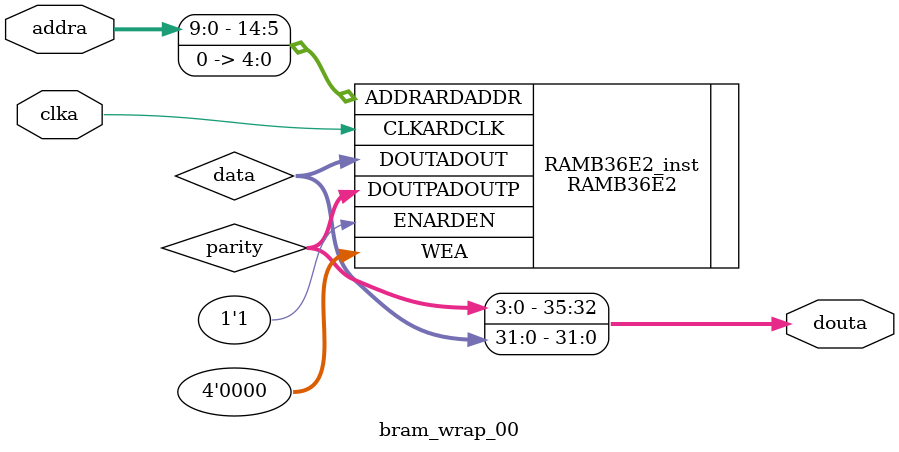
<source format=v>
`timescale 1ns / 1ps

module bram_wrap_00(
    input clka,
    input [9:0] addra,
    output [35:0] douta
    );
    
    wire [31:0] data;
    wire [3:0] parity;
    
    assign douta = {parity, data};
    
RAMB36E2 #(
// CASCADE_ORDER_A, CASCADE_ORDER_B: "FIRST", "MIDDLE", "LAST", "NONE"
.CASCADE_ORDER_A("NONE"),
.CASCADE_ORDER_B("NONE"),
// CLOCK_DOMAINS: "COMMON", "INDEPENDENT"
.CLOCK_DOMAINS("INDEPENDENT"),
// Collision check: "ALL", "GENERATE_X_ONLY", "NONE", "WARNING_ONLY"
.SIM_COLLISION_CHECK("ALL"),
// DOA_REG, DOB_REG: Optional output register (0, 1)
.DOA_REG(0),
.DOB_REG(0),
// ENADDRENA/ENADDRENB: Address enable pin enable, "TRUE", "FALSE"
.ENADDRENA("FALSE"),
.ENADDRENB("FALSE"),
// EN_ECC_PIPE: ECC pipeline register, "TRUE"/"FALSE"
.EN_ECC_PIPE("FALSE"),
// EN_ECC_READ: Enable ECC decoder, "TRUE"/"FALSE"
.EN_ECC_READ("FALSE"),
// EN_ECC_WRITE: Enable ECC encoder, "TRUE"/"FALSE"
.EN_ECC_WRITE("FALSE"),
   // INITP_00 to INITP_0F: Initial contents of the parity memory array
	.INITP_00(256'h0000000000000000000000000000000000000000000000000000000000000000),
	.INITP_01(256'h0000000000000000000000000000000000000000000000000000000000000000),
	.INITP_02(256'h0000000000000000000000000000000000000000000000000000000000000000),
	.INITP_03(256'h0000000000000000000000000000000000000000000000000000000000000000),
	.INITP_04(256'h0000000000000000000000000000000000000000000000000000000000000000),
	.INITP_05(256'h0000000000000000000000000000000000000000000000000000000000000000),
	.INITP_06(256'h0000000000000000000000000000000000000000000000000000000000000000),
	.INITP_07(256'h0000000000000000000000000000000000000000000000000000000000000000),
	.INITP_08(256'h0000000000000000000000000000000000000000000000000000000000000000),
	.INITP_09(256'h0000000000000000000000000000000000000000000000000000000000000000),
	.INITP_0A(256'h0000000000000000000000000000000000000000000000000000000000000000),
	.INITP_0B(256'h0000000000000000000000000000000000000000000000000000000000000000),
	.INITP_0C(256'h0000000000000000000000000000000000000000000000000000000000000000),
	.INITP_0D(256'h0000000000000000000000000000000000000000000000000000000000000000),
	.INITP_0E(256'h0000000000000000000000000000000000000000000000000000000000000000),
	.INITP_0F(256'h0000000000000000000000000000000000000000000000000000000000000000),
   // INIT_00 to INIT_7F: Initial contents of the data memory array
	.INIT_00(256'h0000000000000000000000000000000000000000000000000000000000000000),
	.INIT_01(256'h0000000000000000000000000000000000000000000000000000000000000000),
	.INIT_02(256'h0000000000000000000000000000000000000000000000000000000000000000),
	.INIT_03(256'h0000000000000000000000000000000000000000000000000000000000000000),
	.INIT_04(256'h0000000000000000000000000000000000000000000000000000000000000000),
	.INIT_05(256'h0000000000000000000000000000000000000000000000000000000000000000),
	.INIT_06(256'h0000000000000000000000000000000000000000000000000000000000000000),
	.INIT_07(256'h0000000000000000000000000000000000000000000000000000000000000000),
	.INIT_08(256'h0000000000000000000000000000000000000000000000000000000000000000),
	.INIT_09(256'h0000000000000000000000000000000000000000000000000000000000000000),
	.INIT_0A(256'h0000000000000000000000000000000000000000000000000000000000000000),
	.INIT_0B(256'h0000000000000000000000000000000000000000000000000000000000000000),
	.INIT_0C(256'h0000000000000000000000000000000000000000000000000000000000000000),
	.INIT_0D(256'h0000000000000000000000000000000000000000000000000000000000000000),
	.INIT_0E(256'h0000000000000000000000000000000000000000000000000000000000000000),
	.INIT_0F(256'h0000000000000000000000000000000000000000000000000000000000000000),
	.INIT_10(256'h0000000000000000000000000000000000000000000000000000000000000000),
	.INIT_11(256'h0000000000000000000000000000000000000000000000000000000000000000),
	.INIT_12(256'h0000000000000000000000000000000000000000000000000000000000000000),
	.INIT_13(256'h0000000000000000000000000000000000000000000000000000000000000000),
	.INIT_14(256'h0000000000000000000000000000000000000000000000000000000000000000),
	.INIT_15(256'h0000000000000000000000000000000000000000000000000000000000000000),
	.INIT_16(256'h0000000000000000000000000000000000000000000000000000000000000000),
	.INIT_17(256'h0000000000000000000000000000000000000000000000000000000000000000),
	.INIT_18(256'h0000000000000000000000000000000000000000000000000000000000000000),
	.INIT_19(256'h0000000000000000000000000000000000000000000000000000000000000000),
	.INIT_1A(256'h0000000000000000000000000000000000000000000000000000000000000000),
	.INIT_1B(256'h0000000000000000000000000000000000000000000000000000000000000000),
	.INIT_1C(256'h0000000000000000000000000000000000000000000000000000000000000000),
	.INIT_1D(256'h0000000000000000000000000000000000000000000000000000000000000000),
	.INIT_1E(256'h0000000000000000000000000000000000000000000000000000000000000000),
	.INIT_1F(256'h0000000000000000000000000000000000000000000000000000000000000000),
	.INIT_20(256'h0000000000000000000000000000000000000000000000000000000000000000),
	.INIT_21(256'h0000000000000000000000000000000000000000000000000000000000000000),
	.INIT_22(256'h0000000000000000000000000000000000000000000000000000000000000000),
	.INIT_23(256'h0000000000000000000000000000000000000000000000000000000000000000),
	.INIT_24(256'h0000000000000000000000000000000000000000000000000000000000000000),
	.INIT_25(256'h0000000000000000000000000000000000000000000000000000000000000000),
	.INIT_26(256'h0000000000000000000000000000000000000000000000000000000000000000),
	.INIT_27(256'h0000000000000000000000000000000000000000000000000000000000000000),
	.INIT_28(256'h0000000000000000000000000000000000000000000000000000000000000000),
	.INIT_29(256'h0000000000000000000000000000000000000000000000000000000000000000),
	.INIT_2A(256'h0000000000000000000000000000000000000000000000000000000000000000),
	.INIT_2B(256'h0000000000000000000000000000000000000000000000000000000000000000),
	.INIT_2C(256'h0000000000000000000000000000000000000000000000000000000000000000),
	.INIT_2D(256'h0000000000000000000000000000000000000000000000000000000000000000),
	.INIT_2E(256'h0000000000000000000000000000000000000000000000000000000000000000),
	.INIT_2F(256'h0000000000000000000000000000000000000000000000000000000000000000),
	.INIT_30(256'h0000000000000000000000000000000000000000000000000000000000000000),
	.INIT_31(256'h0000000000000000000000000000000000000000000000000000000000000000),
	.INIT_32(256'h0000000000000000000000000000000000000000000000000000000000000000),
	.INIT_33(256'h0000000000000000000000000000000000000000000000000000000000000000),
	.INIT_34(256'h0000000000000000000000000000000000000000000000000000000000000000),
	.INIT_35(256'h0000000000000000000000000000000000000000000000000000000000000000),
	.INIT_36(256'h0000000000000000000000000000000000000000000000000000000000000000),
	.INIT_37(256'h0000000000000000000000000000000000000000000000000000000000000000),
	.INIT_38(256'h0000000000000000000000000000000000000000000000000000000000000000),
	.INIT_39(256'h0000000000000000000000000000000000000000000000000000000000000000),
	.INIT_3A(256'h0000000000000000000000000000000000000000000000000000000000000000),
	.INIT_3B(256'h0000000000000000000000000000000000000000000000000000000000000000),
	.INIT_3C(256'h0000000000000000000000000000000000000000000000000000000000000000),
	.INIT_3D(256'h0000000000000000000000000000000000000000000000000000000000000000),
	.INIT_3E(256'h0000000000000000000000000000000000000000000000000000000000000000),
	.INIT_3F(256'h0000000000000000000000000000000000000000000000000000000000000000),
	.INIT_40(256'h0000000000000000000000000000000000000000000000000000000000000000),
	.INIT_41(256'h0000000000000000000000000000000000000000000000000000000000000000),
	.INIT_42(256'h0000000000000000000000000000000000000000000000000000000000000000),
	.INIT_43(256'h0000000000000000000000000000000000000000000000000000000000000000),
	.INIT_44(256'h0000000000000000000000000000000000000000000000000000000000000000),
	.INIT_45(256'h0000000000000000000000000000000000000000000000000000000000000000),
	.INIT_46(256'h0000000000000000000000000000000000000000000000000000000000000000),
	.INIT_47(256'h0000000000000000000000000000000000000000000000000000000000000000),
	.INIT_48(256'h0000000000000000000000000000000000000000000000000000000000000000),
	.INIT_49(256'h0000000000000000000000000000000000000000000000000000000000000000),
	.INIT_4A(256'h0000000000000000000000000000000000000000000000000000000000000000),
	.INIT_4B(256'h0000000000000000000000000000000000000000000000000000000000000000),
	.INIT_4C(256'h0000000000000000000000000000000000000000000000000000000000000000),
	.INIT_4D(256'h0000000000000000000000000000000000000000000000000000000000000000),
	.INIT_4E(256'h0000000000000000000000000000000000000000000000000000000000000000),
	.INIT_4F(256'h0000000000000000000000000000000000000000000000000000000000000000),
	.INIT_50(256'h0000000000000000000000000000000000000000000000000000000000000000),
	.INIT_51(256'h0000000000000000000000000000000000000000000000000000000000000000),
	.INIT_52(256'h0000000000000000000000000000000000000000000000000000000000000000),
	.INIT_53(256'h0000000000000000000000000000000000000000000000000000000000000000),
	.INIT_54(256'h0000000000000000000000000000000000000000000000000000000000000000),
	.INIT_55(256'h0000000000000000000000000000000000000000000000000000000000000000),
	.INIT_56(256'h0000000000000000000000000000000000000000000000000000000000000000),
	.INIT_57(256'h0000000000000000000000000000000000000000000000000000000000000000),
	.INIT_58(256'h0000000000000000000000000000000000000000000000000000000000000000),
	.INIT_59(256'h0000000000000000000000000000000000000000000000000000000000000000),
	.INIT_5A(256'h0000000000000000000000000000000000000000000000000000000000000000),
	.INIT_5B(256'h0000000000000000000000000000000000000000000000000000000000000000),
	.INIT_5C(256'h0000000000000000000000000000000000000000000000000000000000000000),
	.INIT_5D(256'h0000000000000000000000000000000000000000000000000000000000000000),
	.INIT_5E(256'h0000000000000000000000000000000000000000000000000000000000000000),
	.INIT_5F(256'h0000000000000000000000000000000000000000000000000000000000000000),
	.INIT_60(256'h0000000000000000000000000000000000000000000000000000000000000000),
	.INIT_61(256'h0000000000000000000000000000000000000000000000000000000000000000),
	.INIT_62(256'h0000000000000000000000000000000000000000000000000000000000000000),
	.INIT_63(256'h0000000000000000000000000000000000000000000000000000000000000000),
	.INIT_64(256'h0000000000000000000000000000000000000000000000000000000000000000),
	.INIT_65(256'h0000000000000000000000000000000000000000000000000000000000000000),
	.INIT_66(256'h0000000000000000000000000000000000000000000000000000000000000000),
	.INIT_67(256'h0000000000000000000000000000000000000000000000000000000000000000),
	.INIT_68(256'h0000000000000000000000000000000000000000000000000000000000000000),
	.INIT_69(256'h0000000000000000000000000000000000000000000000000000000000000000),
	.INIT_6A(256'h0000000000000000000000000000000000000000000000000000000000000000),
	.INIT_6B(256'h0000000000000000000000000000000000000000000000000000000000000000),
	.INIT_6C(256'h0000000000000000000000000000000000000000000000000000000000000000),
	.INIT_6D(256'h0000000000000000000000000000000000000000000000000000000000000000),
	.INIT_6E(256'h0000000000000000000000000000000000000000000000000000000000000000),
	.INIT_6F(256'h0000000000000000000000000000000000000000000000000000000000000000),
	.INIT_70(256'h0000000000000000000000000000000000000000000000000000000000000000),
	.INIT_71(256'h0000000000000000000000000000000000000000000000000000000000000000),
	.INIT_72(256'h0000000000000000000000000000000000000000000000000000000000000000),
	.INIT_73(256'h0000000000000000000000000000000000000000000000000000000000000000),
	.INIT_74(256'h0000000000000000000000000000000000000000000000000000000000000000),
	.INIT_75(256'h0000000000000000000000000000000000000000000000000000000000000000),
	.INIT_76(256'h0000000000000000000000000000000000000000000000000000000000000000),
	.INIT_77(256'h0000000000000000000000000000000000000000000000000000000000000000),
	.INIT_78(256'h0000000000000000000000000000000000000000000000000000000000000000),
	.INIT_79(256'h0000000000000000000000000000000000000000000000000000000000000000),
	.INIT_7A(256'h0000000000000000000000000000000000000000000000000000000000000000),
	.INIT_7B(256'h0000000000000000000000000000000000000000000000000000000000000000),
	.INIT_7C(256'h0000000000000000000000000000000000000000000000000000000000000000),
	.INIT_7D(256'h0000000000000000000000000000000000000000000000000000000000000000),
	.INIT_7E(256'h0000000000000000000000000000000000000000000000000000000000000000),
	.INIT_7F(256'h0000000000000000000000000000000000000000000000000000000000000000),

   // INIT_A, INIT_B: Initial values on output ports
.INIT_A(36'h000000000),
.INIT_B(36'h000000000),
// Initialization File: RAM initialization file
.INIT_FILE("NONE"),
// Programmable Inversion Attributes: Specifies the use of the built-in programmable inversion
.IS_CLKARDCLK_INVERTED(1'b0),
.IS_CLKBWRCLK_INVERTED(1'b0),
.IS_ENARDEN_INVERTED(1'b0),
.IS_ENBWREN_INVERTED(1'b0),
.IS_RSTRAMARSTRAM_INVERTED(1'b0),
.IS_RSTRAMB_INVERTED(1'b0),
.IS_RSTREGARSTREG_INVERTED(1'b0),
.IS_RSTREGB_INVERTED(1'b0),
// RDADDRCHANGE: Disable memory access when output value does not change ("TRUE", "FALSE")
.RDADDRCHANGEA("FALSE"),
.RDADDRCHANGEB("FALSE"),
// READ_WIDTH_A/B, WRITE_WIDTH_A/B: Read/write width per port
.READ_WIDTH_A(36), // 0-36
.READ_WIDTH_B(0), // 0-9
.WRITE_WIDTH_A(0), // 0-9
.WRITE_WIDTH_B(0), // 0-9
// RSTREG_PRIORITY_A, RSTREG_PRIORITY_B: Reset or enable priority ("RSTREG", "REGCE")
.RSTREG_PRIORITY_A("RSTREG"),
.RSTREG_PRIORITY_B("RSTREG"),
// SRVAL_A, SRVAL_B: Set/reset value for output
.SRVAL_A(36'h000000000),
.SRVAL_B(36'h000000000),
// Sleep Async: Sleep function asynchronous or synchronous ("TRUE", "FALSE")
.SLEEP_ASYNC("FALSE"),
// WriteMode: "WRITE_FIRST", "NO_CHANGE", "READ_FIRST"
.WRITE_MODE_A("READ_FIRST"),
.WRITE_MODE_B("READ_FIRST")
)
RAMB36E2_inst (
// Cascade Signals outputs: Multi-BRAM cascade signals
//.CASDOUTA(CASDOUTA), // 32-bit output: Port A cascade output data
//.CASDOUTB(CASDOUTB), // 32-bit output: Port B cascade output data
//.CASDOUTPA(CASDOUTPA), // 4-bit output: Port A cascade output parity data
//.CASDOUTPB(CASDOUTPB), // 4-bit output: Port B cascade output parity data
//.CASOUTDBITERR(CASOUTDBITERR), // 1-bit output: DBITERR cascade output
//.CASOUTSBITERR(CASOUTSBITERR), // 1-bit output: SBITERR cascade output
// ECC Signals outputs: Error Correction Circuitry ports
//.DBITERR(DBITERR), // 1-bit output: Double bit error status
//.ECCPARITY(ECCPARITY), // 8-bit output: Generated error correction parity
//.RDADDRECC(RDADDRECC), // 9-bit output: ECC Read Address
//.SBITERR(SBITERR), // 1-bit output: Single bit error status
// Port A Data outputs: Port A data
.DOUTADOUT(data), // 32-bit output: Port A Data/LSB data
.DOUTPADOUTP(parity), // 4-bit output: Port A parity/LSB parity
// Port B Data outputs: Port B data
//.DOUTBDOUT(DOUTBDOUT), // 32-bit output: Port B data/MSB data
//.DOUTPBDOUTP(DOUTPBDOUTP), // 4-bit output: Port B parity/MSB parity
// Cascade Signals inputs: Multi-BRAM cascade signals
//.CASDIMUXA(CASDIMUXA), // 1-bit input: Port A input data (0=DINA, 1=CASDINA)
//.CASDIMUXB(CASDIMUXB), // 1-bit input: Port B input data (0=DINB, 1=CASDINB)
//.CASDINA(CASDINA), // 32-bit input: Port A cascade input data
//.CASDINB(CASDINB), // 32-bit input: Port B cascade input data
//.CASDINPA(CASDINPA), // 4-bit input: Port A cascade input parity data
//.CASDINPB(CASDINPB), // 4-bit input: Port B cascade input parity data
//.CASDOMUXA(CASDOMUXA), // 1-bit input: Port A unregistered data (0=BRAM data, 1=CASDINA)
//.CASDOMUXB(CASDOMUXB), // 1-bit input: Port B unregistered data (0=BRAM data, 1=CASDINB)
//.CASDOMUXEN_A(CASDOMUXEN_A), // 1-bit input: Port A unregistered output data enable
//.CASDOMUXEN_B(CASDOMUXEN_B), // 1-bit input: Port B unregistered output data enable
//.CASINDBITERR(CASINDBITERR), // 1-bit input: DBITERR cascade input
//.CASINSBITERR(CASINSBITERR), // 1-bit input: SBITERR cascade input
//.CASOREGIMUXA(CASOREGIMUXA), // 1-bit input: Port A registered data (0=BRAM data, 1=CASDINA)
//.CASOREGIMUXB(CASOREGIMUXB), // 1-bit input: Port B registered data (0=BRAM data, 1=CASDINB)
//.CASOREGIMUXEN_A(CASOREGIMUXEN_A), // 1-bit input: Port A registered output data enable
//.CASOREGIMUXEN_B(CASOREGIMUXEN_B), // 1-bit input: Port B registered output data enable
// ECC Signals inputs: Error Correction Circuitry ports
//.ECCPIPECE(ECCPIPECE), // 1-bit input: ECC Pipeline Register Enable
//.INJECTDBITERR(INJECTDBITERR), // 1-bit input: Inject a double-bit error
//.INJECTSBITERR(INJECTSBITERR),
// Port A Address/Control Signals inputs: Port A address and control signals
.ADDRARDADDR({addra[9:0], 5'b0}), // 15-bit input: A/Read port address
//.ADDRENA(1'b1), // 1-bit input: Active-High A/Read port address enable
.CLKARDCLK(clka), // 1-bit input: A/Read port clock
.ENARDEN(1'b1), // 1-bit input: Port A enable/Read enable
//.REGCEAREGCE(REGCEAREGCE), // 1-bit input: Port A register enable/Register enable
//.RSTRAMARSTRAM(RSTRAMARSTRAM), // 1-bit input: Port A set/reset
//.RSTREGARSTREG(RSTREGARSTREG), // 1-bit input: Port A register set/reset
//.SLEEP(SLEEP), // 1-bit input: Sleep Mode
.WEA(4'b0) // 4-bit input: Port A write enable
// Port A Data inputs: Port A data
//.DINADIN(DINADIN), // 32-bit input: Port A data/LSB data
//.DINPADINP(DINPADINP), // 4-bit input: Port A parity/LSB parity
// Port B Address/Control Signals inputs: Port B address and control signals
//.ADDRBWRADDR(ADDRBWRADDR), // 15-bit input: B/Write port address
//.ADDRENB(ADDRENB), // 1-bit input: Active-High B/Write port address enable
//.CLKBWRCLK(CLKBWRCLK), // 1-bit input: B/Write port clock
//.ENBWREN(ENBWREN), // 1-bit input: Port B enable/Write enable
//.REGCEB(REGCEB), // 1-bit input: Port B register enable
//.RSTRAMB(RSTRAMB), // 1-bit input: Port B set/reset
//.RSTREGB(RSTREGB), // 1-bit input: Port B register set/reset
//.WEBWE(WEBWE), // 8-bit input: Port B write enable/Write enable
// Port B Data inputs: Port B data
//.DINBDIN(DINBDIN), // 32-bit input: Port B data/MSB data
//.DINPBDINP(DINPBDINP) // 4-bit input: Port B parity/MSB parity
);
    
endmodule

</source>
